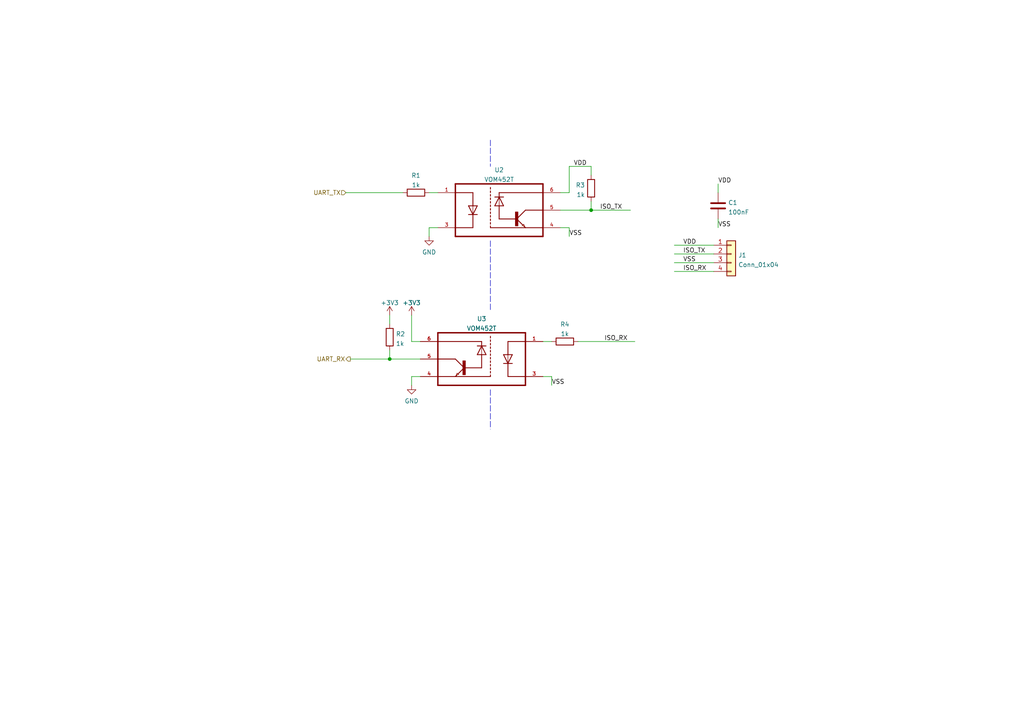
<source format=kicad_sch>
(kicad_sch (version 20211123) (generator eeschema)
  (paper "A4")
  (lib_symbols
    (symbol "Connector_Generic:Conn_01x04" (pin_names (offset 1.016) hide)
      (property "Reference" "J" (at 0 5.08 0))
      (property "Value" "Conn_01x04" (at 0 -7.62 0))
      (symbol "Conn_01x04_1_1"
        (rectangle (start -1.27 -4.953) (end 0 -5.207) (stroke (width 0.1524)))
        (rectangle (start -1.27 -2.413) (end 0 -2.667) (stroke (width 0.1524)))
        (rectangle (start -1.27 0.127) (end 0 -0.127) (stroke (width 0.1524)))
        (rectangle (start -1.27 2.667) (end 0 2.413) (stroke (width 0.1524)))
        (rectangle (start -1.27 3.81) (end 1.27 -6.35) (stroke (width 0.254)) (fill (type background)))
        (pin passive line (at -5.08 2.54 0) (length 3.81) (name "Pin_1") (number "1"))
        (pin passive line (at -5.08 0 0) (length 3.81) (name "Pin_2") (number "2"))
        (pin passive line (at -5.08 -2.54 0) (length 3.81) (name "Pin_3") (number "3"))
        (pin passive line (at -5.08 -5.08 0) (length 3.81) (name "Pin_4") (number "4"))
      )
    )
    (symbol "Device:C" (pin_numbers hide) (pin_names (offset 0.254))
      (property "Reference" "C" (at 0.635 2.54 0))
      (property "Value" "C" (at 0.635 -2.54 0))
      (symbol "C_0_1"
        (polyline (pts (xy -2.032 -0.762) (xy 2.032 -0.762)) (stroke (width 0.508)))
        (polyline (pts (xy -2.032 0.762) (xy 2.032 0.762)) (stroke (width 0.508)))
      )
      (symbol "C_1_1"
        (pin passive line (at 0 3.81 270) (length 2.794) (name "~") (number "1"))
        (pin passive line (at 0 -3.81 90) (length 2.794) (name "~") (number "2"))
      )
    )
    (symbol "Device:R" (pin_numbers hide) (pin_names (offset 0))
      (property "Reference" "R" (at 2.032 0 90))
      (property "Value" "R" (at 0 0 90))
      (symbol "R_0_1"
        (rectangle (start -1.016 -2.54) (end 1.016 2.54) (stroke (width 0.254)))
      )
      (symbol "R_1_1"
        (pin passive line (at 0 3.81 270) (length 1.27) (name "~") (number "1"))
        (pin passive line (at 0 -3.81 90) (length 1.27) (name "~") (number "2"))
      )
    )
    (symbol "VOM452T:VOM452T" (pin_names (offset 1.016) hide)
      (property "Reference" "U" (at -5.08 8.1534 0))
      (property "Value" "VOM452T" (at -5.08 -10.16 0))
      (symbol "VOM452T_0_0"
        (polyline (pts (xy -12.7 -7.62) (xy 12.7 -7.62)) (stroke (width 0.4064)))
        (polyline (pts (xy -12.7 -5.08) (xy -12.7 -7.62)) (stroke (width 0.4064)))
        (polyline (pts (xy -12.7 5.08) (xy -12.7 -5.08)) (stroke (width 0.4064)))
        (polyline (pts (xy -12.7 7.62) (xy -12.7 5.08)) (stroke (width 0.4064)))
        (polyline (pts (xy -12.7 7.62) (xy 12.7 7.62)) (stroke (width 0.4064)))
        (polyline (pts (xy -7.62 -5.08) (xy -12.7 -5.08)) (stroke (width 0.254)))
        (polyline (pts (xy -7.62 -1.27) (xy -8.89 -1.27)) (stroke (width 0.254)))
        (polyline (pts (xy -7.62 -1.27) (xy -8.89 1.27)) (stroke (width 0.254)))
        (polyline (pts (xy -7.62 -1.27) (xy -7.62 -5.08)) (stroke (width 0.254)))
        (polyline (pts (xy -7.62 1.27) (xy -8.89 1.27)) (stroke (width 0.254)))
        (polyline (pts (xy -7.62 1.27) (xy -7.62 -1.27)) (stroke (width 0.1524)))
        (polyline (pts (xy -7.62 1.27) (xy -7.62 5.08)) (stroke (width 0.254)))
        (polyline (pts (xy -7.62 5.08) (xy -12.7 5.08)) (stroke (width 0.254)))
        (polyline (pts (xy -6.35 -1.27) (xy -7.62 -1.27)) (stroke (width 0.254)))
        (polyline (pts (xy -6.35 1.27) (xy -7.62 -1.27)) (stroke (width 0.254)))
        (polyline (pts (xy -6.35 1.27) (xy -7.62 1.27)) (stroke (width 0.254)))
        (polyline (pts (xy -2.54 -5.08) (xy -2.54 -4.572)) (stroke (width 0.254)))
        (polyline (pts (xy -2.54 -4.064) (xy -2.54 -3.556)) (stroke (width 0.254)))
        (polyline (pts (xy -2.54 -3.048) (xy -2.54 -2.54)) (stroke (width 0.254)))
        (polyline (pts (xy -2.54 -2.032) (xy -2.54 -1.524)) (stroke (width 0.254)))
        (polyline (pts (xy -2.54 -1.016) (xy -2.54 -0.508)) (stroke (width 0.254)))
        (polyline (pts (xy -2.54 0) (xy -2.54 0.508)) (stroke (width 0.254)))
        (polyline (pts (xy -2.54 1.016) (xy -2.54 1.524)) (stroke (width 0.254)))
        (polyline (pts (xy -2.54 2.032) (xy -2.54 2.54)) (stroke (width 0.254)))
        (polyline (pts (xy -2.54 3.048) (xy -2.54 3.556)) (stroke (width 0.254)))
        (polyline (pts (xy -2.54 4.064) (xy -2.54 4.572)) (stroke (width 0.254)))
        (polyline (pts (xy -2.54 5.08) (xy -2.54 5.588)) (stroke (width 0.254)))
        (polyline (pts (xy -2.54 6.096) (xy -2.54 6.604)) (stroke (width 0.254)))
        (polyline (pts (xy -1.27 1.27) (xy 0 1.27)) (stroke (width 0.254)))
        (polyline (pts (xy -1.27 1.27) (xy 0 3.81)) (stroke (width 0.254)))
        (polyline (pts (xy -1.27 3.81) (xy 0 3.81)) (stroke (width 0.254)))
        (polyline (pts (xy 0 -2.54) (xy 5.08 -2.54)) (stroke (width 0.254)))
        (polyline (pts (xy 0 1.27) (xy 0 -2.54)) (stroke (width 0.254)))
        (polyline (pts (xy 0 1.27) (xy 0 3.81)) (stroke (width 0.1524)))
        (polyline (pts (xy 0 1.27) (xy 1.27 1.27)) (stroke (width 0.254)))
        (polyline (pts (xy 0 3.81) (xy 0 5.08)) (stroke (width 0.254)))
        (polyline (pts (xy 0 3.81) (xy 1.27 1.27)) (stroke (width 0.254)))
        (polyline (pts (xy 0 3.81) (xy 1.27 3.81)) (stroke (width 0.254)))
        (polyline (pts (xy 0 5.08) (xy 12.7 5.08)) (stroke (width 0.254)))
        (polyline (pts (xy 5.08 -2.54) (xy 7.62 -5.08)) (stroke (width 0.254)))
        (polyline (pts (xy 7.62 -5.08) (xy -2.54 -5.08)) (stroke (width 0.254)))
        (polyline (pts (xy 7.62 -5.08) (xy 12.7 -5.08)) (stroke (width 0.254)))
        (polyline (pts (xy 7.62 0) (xy 5.08 -2.54)) (stroke (width 0.254)))
        (polyline (pts (xy 7.62 0) (xy 12.7 0)) (stroke (width 0.254)))
        (polyline (pts (xy 12.7 -5.08) (xy 12.7 -7.62)) (stroke (width 0.4064)))
        (polyline (pts (xy 12.7 0) (xy 12.7 -5.08)) (stroke (width 0.4064)))
        (polyline (pts (xy 12.7 5.08) (xy 12.7 0)) (stroke (width 0.4064)))
        (polyline (pts (xy 12.7 7.62) (xy 12.7 5.08)) (stroke (width 0.4064)))
        (polyline (pts (xy 7.493 -4.953) (xy 7.112 -4.064) (xy 6.604 -4.572)) (stroke (width 0.1524)) (fill (type background)))
        (rectangle (start 4.699 -4.572) (end 5.461 -0.508) (fill (type outline)))
        (pin passive line (at -17.78 5.08 0) (length 5.08) (name "~") (number "1"))
        (pin passive line (at -17.78 -5.08 0) (length 5.08) (name "~") (number "3"))
        (pin passive line (at 17.78 -5.08 180) (length 5.08) (name "~") (number "4"))
        (pin passive line (at 17.78 0 180) (length 5.08) (name "~") (number "5"))
        (pin power_in line (at 17.78 5.08 180) (length 5.08) (name "~") (number "6"))
      )
    )
    (symbol "power:+3.3V" (power) (pin_names (offset 0))
      (property "Value" "+3.3V" (at 0 3.556 0))
      (symbol "+3.3V_0_1"
        (polyline (pts (xy -0.762 1.27) (xy 0 2.54)))
        (polyline (pts (xy 0 0) (xy 0 2.54)))
        (polyline (pts (xy 0 2.54) (xy 0.762 1.27)))
      )
      (symbol "+3.3V_1_1"
        (pin power_in line (at 0 0 90) (length 0) hide (name "+3V3") (number "1"))
      )
    )
    (symbol "power:GND" (power) (pin_names (offset 0))
      (property "Value" "GND" (at 0 -3.81 0))
      (symbol "GND_0_1"
        (polyline (pts (xy 0 0) (xy 0 -1.27) (xy 1.27 -1.27) (xy 0 -2.54) (xy -1.27 -1.27) (xy 0 -1.27)))
      )
      (symbol "GND_1_1"
        (pin power_in line (at 0 0 270) (length 0) hide (name "GND") (number "1"))
      )
    )
  )
  (junction (at 171.45 60.96))
  (junction (at 113.03 104.14))
  (wire (pts (xy 160.02 99.06) (xy 157.48 99.06)))
  (wire (pts (xy 127 66.04) (xy 124.46 66.04)))
  (wire (pts (xy 171.45 58.42) (xy 171.45 60.96)))
  (polyline (pts (xy 142.24 40.64) (xy 142.24 48.26)))
  (wire (pts (xy 162.56 55.88) (xy 165.1 55.88)))
  (wire (pts (xy 113.03 101.6) (xy 113.03 104.14)))
  (wire (pts (xy 165.1 55.88) (xy 165.1 48.26)))
  (wire (pts (xy 165.1 48.26) (xy 171.45 48.26)))
  (wire (pts (xy 195.58 71.12) (xy 207.01 71.12)))
  (wire (pts (xy 113.03 91.44) (xy 113.03 93.98)))
  (wire (pts (xy 101.6 104.14) (xy 113.03 104.14)))
  (wire (pts (xy 119.38 109.22) (xy 119.38 111.76)))
  (wire (pts (xy 208.28 63.5) (xy 208.28 66.04)))
  (wire (pts (xy 162.56 60.96) (xy 171.45 60.96)))
  (wire (pts (xy 195.58 73.66) (xy 207.01 73.66)))
  (wire (pts (xy 124.46 66.04) (xy 124.46 68.58)))
  (wire (pts (xy 160.02 109.22) (xy 160.02 111.76)))
  (wire (pts (xy 165.1 66.04) (xy 165.1 68.58)))
  (wire (pts (xy 171.45 60.96) (xy 182.88 60.96)))
  (wire (pts (xy 121.92 109.22) (xy 119.38 109.22)))
  (wire (pts (xy 208.28 53.34) (xy 208.28 55.88)))
  (polyline (pts (xy 142.24 113.03) (xy 142.24 124.46)))
  (wire (pts (xy 100.33 55.88) (xy 116.84 55.88)))
  (polyline (pts (xy 142.24 69.85) (xy 142.24 90.17)))
  (wire (pts (xy 171.45 48.26) (xy 171.45 50.8)))
  (wire (pts (xy 195.58 76.2) (xy 207.01 76.2)))
  (wire (pts (xy 121.92 99.06) (xy 119.38 99.06)))
  (wire (pts (xy 124.46 55.88) (xy 127 55.88)))
  (wire (pts (xy 162.56 66.04) (xy 165.1 66.04)))
  (wire (pts (xy 119.38 91.44) (xy 119.38 99.06)))
  (wire (pts (xy 157.48 109.22) (xy 160.02 109.22)))
  (wire (pts (xy 195.58 78.74) (xy 207.01 78.74)))
  (wire (pts (xy 184.15 99.06) (xy 167.64 99.06)))
  (wire (pts (xy 113.03 104.14) (xy 121.92 104.14)))
  (label "VDD" (at 166.37 48.26 0))
  (label "ISO_RX" (at 198.12 78.74 0))
  (label "VSS" (at 198.12 76.2 0))
  (label "VDD" (at 198.12 71.12 0))
  (label "VSS" (at 208.28 66.04 0))
  (label "VDD" (at 208.28 53.34 0))
  (label "ISO_TX" (at 173.99 60.96 0))
  (label "ISO_RX" (at 175.26 99.06 0))
  (label "VSS" (at 165.1 68.58 0))
  (label "VSS" (at 160.02 111.76 0))
  (label "ISO_TX" (at 198.12 73.66 0))
  (hierarchical_label "UART_TX" (shape input) (at 100.33 55.88 180))
  (hierarchical_label "UART_RX" (shape output) (at 101.6 104.14 180))
  (symbol (lib_id "power:GND") (at 124.46 68.58 0)
    (property "Reference" "#PWR01" (effects hide))
    (property "Value" "GND" (at 124.46 73.1425 0))
  )
  (symbol (lib_id "VOM452T:VOM452T") (at 139.7 104.14 0) (mirror y)
    (property "Reference" "U3" (at 139.7 92.4773 0))
    (property "Value" "VOM452T" (at 139.7 95.2524 0))
    (property "Footprint" "SOIC127P700X230-5N" (effects hide))
    (property "MANUFACTURER" "VISHAY" (effects hide))
    (property "MFG PN" "VOM452T" (effects hide))
    (property "LCSC" "C141603" (effects hide))
  )
  (symbol (lib_id "Device:R") (at 163.83 99.06 270) (mirror x)
    (property "Reference" "R4" (at 163.83 94.0775 90))
    (property "Value" "1k" (at 163.83 96.8526 90))
    (property "Footprint" "Resistor_SMD:R_0603_1608Metric" (effects hide))
    (property "LCSC" "C21190" (effects hide))
  )
  (symbol (lib_id "Device:R") (at 113.03 97.79 0)
    (property "Reference" "R2" (at 114.808 96.8815 0) (effects (justify left)))
    (property "Value" "1k" (at 114.808 99.6566 0) (effects (justify left)))
    (property "Footprint" "Resistor_SMD:R_0603_1608Metric" (effects hide))
    (property "LCSC" "C21190" (effects hide))
  )
  (symbol (lib_id "power:+3.3V") (at 113.03 91.44 0)
    (property "Reference" "#PWR02" (effects hide))
    (property "Value" "+3.3V" (at 113.03 87.8355 0))
  )
  (symbol (lib_id "Device:C") (at 208.28 59.69 0)
    (property "Reference" "C1" (at 211.201 58.7815 0) (effects (justify left)))
    (property "Value" "100nF" (at 211.201 61.5566 0) (effects (justify left)))
    (property "Footprint" "Capacitor_SMD:C_0603_1608Metric" (effects hide))
    (property "LCSC" "C14663" (effects hide))
  )
  (symbol (lib_id "Device:R") (at 171.45 54.61 0) (mirror y)
    (property "Reference" "R3" (at 169.672 53.7015 0) (effects (justify left)))
    (property "Value" "1k" (at 169.672 56.4766 0) (effects (justify left)))
    (property "Footprint" "Resistor_SMD:R_0603_1608Metric" (effects hide))
    (property "LCSC" "C21190" (effects hide))
  )
  (symbol (lib_id "power:GND") (at 119.38 111.76 0)
    (property "Reference" "#PWR03" (effects hide))
    (property "Value" "GND" (at 119.38 116.3225 0))
  )
  (symbol (lib_id "Device:R") (at 120.65 55.88 90)
    (property "Reference" "R1" (at 120.65 50.8975 90))
    (property "Value" "1k" (at 120.65 53.6726 90))
    (property "Footprint" "Resistor_SMD:R_0603_1608Metric" (effects hide))
    (property "LCSC" "C21190" (effects hide))
  )
  (symbol (lib_id "VOM452T:VOM452T") (at 144.78 60.96 0)
    (property "Reference" "U2" (at 144.78 49.2973 0))
    (property "Value" "VOM452T" (at 144.78 52.0724 0))
    (property "Footprint" "SOIC127P700X230-5N" (effects hide))
    (property "MANUFACTURER" "VISHAY" (effects hide))
    (property "MFG PN" "VOM452T" (effects hide))
    (property "LCSC" "C141603" (effects hide))
  )
  (symbol (lib_id "power:+3.3V") (at 119.38 91.44 0)
    (property "Reference" "#PWR026" (effects hide))
    (property "Value" "+3.3V" (at 119.38 87.8355 0))
  )
  (symbol (lib_id "Connector_Generic:Conn_01x04") (at 212.09 73.66 0)
    (property "Reference" "J1" (at 214.122 74.0215 0) (effects (justify left)))
    (property "Value" "Conn_01x04" (at 214.122 76.7966 0) (effects (justify left)))
    (property "Footprint" "Connector_JST:JST_PH_S4B-PH-K_1x04_P2.00mm_Horizontal" (effects hide))
    (property "LCSC" "C157926" (effects hide))
  )
)
</source>
